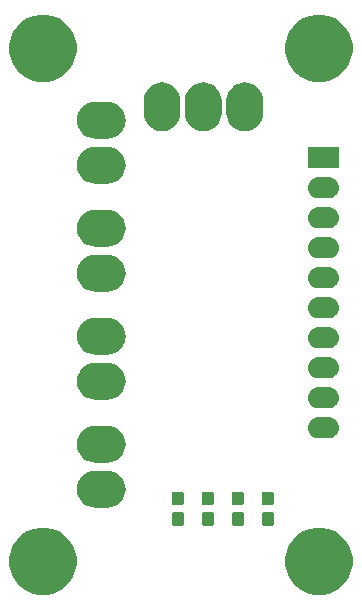
<source format=gbr>
G04 #@! TF.GenerationSoftware,KiCad,Pcbnew,5.1.4-e60b266~84~ubuntu18.04.1*
G04 #@! TF.CreationDate,2019-09-27T15:55:01+08:00*
G04 #@! TF.ProjectId,head,68656164-2e6b-4696-9361-645f70636258,rev?*
G04 #@! TF.SameCoordinates,Original*
G04 #@! TF.FileFunction,Soldermask,Bot*
G04 #@! TF.FilePolarity,Negative*
%FSLAX46Y46*%
G04 Gerber Fmt 4.6, Leading zero omitted, Abs format (unit mm)*
G04 Created by KiCad (PCBNEW 5.1.4-e60b266~84~ubuntu18.04.1) date 2019-09-27 15:55:01*
%MOMM*%
%LPD*%
G04 APERTURE LIST*
%ADD10C,1.200000*%
%ADD11C,0.100000*%
G04 APERTURE END LIST*
D10*
X117094000Y-32131000D02*
G75*
G03X117094000Y-32131000I-1905000J0D01*
G01*
X117094000Y-75565000D02*
G75*
G03X117094000Y-75565000I-1905000J0D01*
G01*
X93726000Y-75565000D02*
G75*
G03X93726000Y-75565000I-1905000J0D01*
G01*
X93726000Y-32131000D02*
G75*
G03X93726000Y-32131000I-1905000J0D01*
G01*
D11*
G36*
X116020313Y-72824523D02*
G01*
X116538980Y-73039362D01*
X116538981Y-73039363D01*
X117005769Y-73351260D01*
X117402740Y-73748231D01*
X117611143Y-74060129D01*
X117714638Y-74215020D01*
X117929477Y-74733687D01*
X118039000Y-75284298D01*
X118039000Y-75845702D01*
X117929477Y-76396313D01*
X117714638Y-76914980D01*
X117714637Y-76914981D01*
X117402740Y-77381769D01*
X117005769Y-77778740D01*
X116693871Y-77987143D01*
X116538980Y-78090638D01*
X116020313Y-78305477D01*
X115469702Y-78415000D01*
X114908298Y-78415000D01*
X114357687Y-78305477D01*
X113839020Y-78090638D01*
X113684129Y-77987143D01*
X113372231Y-77778740D01*
X112975260Y-77381769D01*
X112663363Y-76914981D01*
X112663362Y-76914980D01*
X112448523Y-76396313D01*
X112339000Y-75845702D01*
X112339000Y-75284298D01*
X112448523Y-74733687D01*
X112663362Y-74215020D01*
X112766857Y-74060129D01*
X112975260Y-73748231D01*
X113372231Y-73351260D01*
X113839019Y-73039363D01*
X113839020Y-73039362D01*
X114357687Y-72824523D01*
X114908298Y-72715000D01*
X115469702Y-72715000D01*
X116020313Y-72824523D01*
X116020313Y-72824523D01*
G37*
G36*
X92652313Y-72824523D02*
G01*
X93170980Y-73039362D01*
X93170981Y-73039363D01*
X93637769Y-73351260D01*
X94034740Y-73748231D01*
X94243143Y-74060129D01*
X94346638Y-74215020D01*
X94561477Y-74733687D01*
X94671000Y-75284298D01*
X94671000Y-75845702D01*
X94561477Y-76396313D01*
X94346638Y-76914980D01*
X94346637Y-76914981D01*
X94034740Y-77381769D01*
X93637769Y-77778740D01*
X93325871Y-77987143D01*
X93170980Y-78090638D01*
X92652313Y-78305477D01*
X92101702Y-78415000D01*
X91540298Y-78415000D01*
X90989687Y-78305477D01*
X90471020Y-78090638D01*
X90316129Y-77987143D01*
X90004231Y-77778740D01*
X89607260Y-77381769D01*
X89295363Y-76914981D01*
X89295362Y-76914980D01*
X89080523Y-76396313D01*
X88971000Y-75845702D01*
X88971000Y-75284298D01*
X89080523Y-74733687D01*
X89295362Y-74215020D01*
X89398857Y-74060129D01*
X89607260Y-73748231D01*
X90004231Y-73351260D01*
X90471019Y-73039363D01*
X90471020Y-73039362D01*
X90989687Y-72824523D01*
X91540298Y-72715000D01*
X92101702Y-72715000D01*
X92652313Y-72824523D01*
X92652313Y-72824523D01*
G37*
G36*
X106155499Y-71423445D02*
G01*
X106192995Y-71434820D01*
X106227554Y-71453292D01*
X106257847Y-71478153D01*
X106282708Y-71508446D01*
X106301180Y-71543005D01*
X106312555Y-71580501D01*
X106317000Y-71625638D01*
X106317000Y-72364362D01*
X106312555Y-72409499D01*
X106301180Y-72446995D01*
X106282708Y-72481554D01*
X106257847Y-72511847D01*
X106227554Y-72536708D01*
X106192995Y-72555180D01*
X106155499Y-72566555D01*
X106110362Y-72571000D01*
X105471638Y-72571000D01*
X105426501Y-72566555D01*
X105389005Y-72555180D01*
X105354446Y-72536708D01*
X105324153Y-72511847D01*
X105299292Y-72481554D01*
X105280820Y-72446995D01*
X105269445Y-72409499D01*
X105265000Y-72364362D01*
X105265000Y-71625638D01*
X105269445Y-71580501D01*
X105280820Y-71543005D01*
X105299292Y-71508446D01*
X105324153Y-71478153D01*
X105354446Y-71453292D01*
X105389005Y-71434820D01*
X105426501Y-71423445D01*
X105471638Y-71419000D01*
X106110362Y-71419000D01*
X106155499Y-71423445D01*
X106155499Y-71423445D01*
G37*
G36*
X108695499Y-71423445D02*
G01*
X108732995Y-71434820D01*
X108767554Y-71453292D01*
X108797847Y-71478153D01*
X108822708Y-71508446D01*
X108841180Y-71543005D01*
X108852555Y-71580501D01*
X108857000Y-71625638D01*
X108857000Y-72364362D01*
X108852555Y-72409499D01*
X108841180Y-72446995D01*
X108822708Y-72481554D01*
X108797847Y-72511847D01*
X108767554Y-72536708D01*
X108732995Y-72555180D01*
X108695499Y-72566555D01*
X108650362Y-72571000D01*
X108011638Y-72571000D01*
X107966501Y-72566555D01*
X107929005Y-72555180D01*
X107894446Y-72536708D01*
X107864153Y-72511847D01*
X107839292Y-72481554D01*
X107820820Y-72446995D01*
X107809445Y-72409499D01*
X107805000Y-72364362D01*
X107805000Y-71625638D01*
X107809445Y-71580501D01*
X107820820Y-71543005D01*
X107839292Y-71508446D01*
X107864153Y-71478153D01*
X107894446Y-71453292D01*
X107929005Y-71434820D01*
X107966501Y-71423445D01*
X108011638Y-71419000D01*
X108650362Y-71419000D01*
X108695499Y-71423445D01*
X108695499Y-71423445D01*
G37*
G36*
X111235499Y-71423445D02*
G01*
X111272995Y-71434820D01*
X111307554Y-71453292D01*
X111337847Y-71478153D01*
X111362708Y-71508446D01*
X111381180Y-71543005D01*
X111392555Y-71580501D01*
X111397000Y-71625638D01*
X111397000Y-72364362D01*
X111392555Y-72409499D01*
X111381180Y-72446995D01*
X111362708Y-72481554D01*
X111337847Y-72511847D01*
X111307554Y-72536708D01*
X111272995Y-72555180D01*
X111235499Y-72566555D01*
X111190362Y-72571000D01*
X110551638Y-72571000D01*
X110506501Y-72566555D01*
X110469005Y-72555180D01*
X110434446Y-72536708D01*
X110404153Y-72511847D01*
X110379292Y-72481554D01*
X110360820Y-72446995D01*
X110349445Y-72409499D01*
X110345000Y-72364362D01*
X110345000Y-71625638D01*
X110349445Y-71580501D01*
X110360820Y-71543005D01*
X110379292Y-71508446D01*
X110404153Y-71478153D01*
X110434446Y-71453292D01*
X110469005Y-71434820D01*
X110506501Y-71423445D01*
X110551638Y-71419000D01*
X111190362Y-71419000D01*
X111235499Y-71423445D01*
X111235499Y-71423445D01*
G37*
G36*
X103615499Y-71423445D02*
G01*
X103652995Y-71434820D01*
X103687554Y-71453292D01*
X103717847Y-71478153D01*
X103742708Y-71508446D01*
X103761180Y-71543005D01*
X103772555Y-71580501D01*
X103777000Y-71625638D01*
X103777000Y-72364362D01*
X103772555Y-72409499D01*
X103761180Y-72446995D01*
X103742708Y-72481554D01*
X103717847Y-72511847D01*
X103687554Y-72536708D01*
X103652995Y-72555180D01*
X103615499Y-72566555D01*
X103570362Y-72571000D01*
X102931638Y-72571000D01*
X102886501Y-72566555D01*
X102849005Y-72555180D01*
X102814446Y-72536708D01*
X102784153Y-72511847D01*
X102759292Y-72481554D01*
X102740820Y-72446995D01*
X102729445Y-72409499D01*
X102725000Y-72364362D01*
X102725000Y-71625638D01*
X102729445Y-71580501D01*
X102740820Y-71543005D01*
X102759292Y-71508446D01*
X102784153Y-71478153D01*
X102814446Y-71453292D01*
X102849005Y-71434820D01*
X102886501Y-71423445D01*
X102931638Y-71419000D01*
X103570362Y-71419000D01*
X103615499Y-71423445D01*
X103615499Y-71423445D01*
G37*
G36*
X97426143Y-67925481D02*
G01*
X97578049Y-67940442D01*
X97870414Y-68029130D01*
X97870416Y-68029131D01*
X98139858Y-68173150D01*
X98376029Y-68366971D01*
X98569850Y-68603142D01*
X98713869Y-68872584D01*
X98713870Y-68872586D01*
X98802558Y-69164951D01*
X98832504Y-69469000D01*
X98802558Y-69773049D01*
X98713870Y-70065414D01*
X98713869Y-70065416D01*
X98569850Y-70334858D01*
X98376029Y-70571029D01*
X98139858Y-70764850D01*
X97870416Y-70908869D01*
X97870414Y-70908870D01*
X97578049Y-70997558D01*
X97426143Y-71012519D01*
X97350191Y-71020000D01*
X96197809Y-71020000D01*
X96121857Y-71012519D01*
X95969951Y-70997558D01*
X95677586Y-70908870D01*
X95677584Y-70908869D01*
X95408142Y-70764850D01*
X95171971Y-70571029D01*
X94978150Y-70334858D01*
X94834131Y-70065416D01*
X94834130Y-70065414D01*
X94745442Y-69773049D01*
X94715496Y-69469000D01*
X94745442Y-69164951D01*
X94834130Y-68872586D01*
X94834131Y-68872584D01*
X94978150Y-68603142D01*
X95171971Y-68366971D01*
X95408142Y-68173150D01*
X95677584Y-68029131D01*
X95677586Y-68029130D01*
X95969951Y-67940442D01*
X96121857Y-67925481D01*
X96197809Y-67918000D01*
X97350191Y-67918000D01*
X97426143Y-67925481D01*
X97426143Y-67925481D01*
G37*
G36*
X106155499Y-69673445D02*
G01*
X106192995Y-69684820D01*
X106227554Y-69703292D01*
X106257847Y-69728153D01*
X106282708Y-69758446D01*
X106301180Y-69793005D01*
X106312555Y-69830501D01*
X106317000Y-69875638D01*
X106317000Y-70614362D01*
X106312555Y-70659499D01*
X106301180Y-70696995D01*
X106282708Y-70731554D01*
X106257847Y-70761847D01*
X106227554Y-70786708D01*
X106192995Y-70805180D01*
X106155499Y-70816555D01*
X106110362Y-70821000D01*
X105471638Y-70821000D01*
X105426501Y-70816555D01*
X105389005Y-70805180D01*
X105354446Y-70786708D01*
X105324153Y-70761847D01*
X105299292Y-70731554D01*
X105280820Y-70696995D01*
X105269445Y-70659499D01*
X105265000Y-70614362D01*
X105265000Y-69875638D01*
X105269445Y-69830501D01*
X105280820Y-69793005D01*
X105299292Y-69758446D01*
X105324153Y-69728153D01*
X105354446Y-69703292D01*
X105389005Y-69684820D01*
X105426501Y-69673445D01*
X105471638Y-69669000D01*
X106110362Y-69669000D01*
X106155499Y-69673445D01*
X106155499Y-69673445D01*
G37*
G36*
X108695499Y-69673445D02*
G01*
X108732995Y-69684820D01*
X108767554Y-69703292D01*
X108797847Y-69728153D01*
X108822708Y-69758446D01*
X108841180Y-69793005D01*
X108852555Y-69830501D01*
X108857000Y-69875638D01*
X108857000Y-70614362D01*
X108852555Y-70659499D01*
X108841180Y-70696995D01*
X108822708Y-70731554D01*
X108797847Y-70761847D01*
X108767554Y-70786708D01*
X108732995Y-70805180D01*
X108695499Y-70816555D01*
X108650362Y-70821000D01*
X108011638Y-70821000D01*
X107966501Y-70816555D01*
X107929005Y-70805180D01*
X107894446Y-70786708D01*
X107864153Y-70761847D01*
X107839292Y-70731554D01*
X107820820Y-70696995D01*
X107809445Y-70659499D01*
X107805000Y-70614362D01*
X107805000Y-69875638D01*
X107809445Y-69830501D01*
X107820820Y-69793005D01*
X107839292Y-69758446D01*
X107864153Y-69728153D01*
X107894446Y-69703292D01*
X107929005Y-69684820D01*
X107966501Y-69673445D01*
X108011638Y-69669000D01*
X108650362Y-69669000D01*
X108695499Y-69673445D01*
X108695499Y-69673445D01*
G37*
G36*
X111235499Y-69673445D02*
G01*
X111272995Y-69684820D01*
X111307554Y-69703292D01*
X111337847Y-69728153D01*
X111362708Y-69758446D01*
X111381180Y-69793005D01*
X111392555Y-69830501D01*
X111397000Y-69875638D01*
X111397000Y-70614362D01*
X111392555Y-70659499D01*
X111381180Y-70696995D01*
X111362708Y-70731554D01*
X111337847Y-70761847D01*
X111307554Y-70786708D01*
X111272995Y-70805180D01*
X111235499Y-70816555D01*
X111190362Y-70821000D01*
X110551638Y-70821000D01*
X110506501Y-70816555D01*
X110469005Y-70805180D01*
X110434446Y-70786708D01*
X110404153Y-70761847D01*
X110379292Y-70731554D01*
X110360820Y-70696995D01*
X110349445Y-70659499D01*
X110345000Y-70614362D01*
X110345000Y-69875638D01*
X110349445Y-69830501D01*
X110360820Y-69793005D01*
X110379292Y-69758446D01*
X110404153Y-69728153D01*
X110434446Y-69703292D01*
X110469005Y-69684820D01*
X110506501Y-69673445D01*
X110551638Y-69669000D01*
X111190362Y-69669000D01*
X111235499Y-69673445D01*
X111235499Y-69673445D01*
G37*
G36*
X103615499Y-69673445D02*
G01*
X103652995Y-69684820D01*
X103687554Y-69703292D01*
X103717847Y-69728153D01*
X103742708Y-69758446D01*
X103761180Y-69793005D01*
X103772555Y-69830501D01*
X103777000Y-69875638D01*
X103777000Y-70614362D01*
X103772555Y-70659499D01*
X103761180Y-70696995D01*
X103742708Y-70731554D01*
X103717847Y-70761847D01*
X103687554Y-70786708D01*
X103652995Y-70805180D01*
X103615499Y-70816555D01*
X103570362Y-70821000D01*
X102931638Y-70821000D01*
X102886501Y-70816555D01*
X102849005Y-70805180D01*
X102814446Y-70786708D01*
X102784153Y-70761847D01*
X102759292Y-70731554D01*
X102740820Y-70696995D01*
X102729445Y-70659499D01*
X102725000Y-70614362D01*
X102725000Y-69875638D01*
X102729445Y-69830501D01*
X102740820Y-69793005D01*
X102759292Y-69758446D01*
X102784153Y-69728153D01*
X102814446Y-69703292D01*
X102849005Y-69684820D01*
X102886501Y-69673445D01*
X102931638Y-69669000D01*
X103570362Y-69669000D01*
X103615499Y-69673445D01*
X103615499Y-69673445D01*
G37*
G36*
X97426143Y-64115481D02*
G01*
X97578049Y-64130442D01*
X97870414Y-64219130D01*
X97870416Y-64219131D01*
X98139858Y-64363150D01*
X98376029Y-64556971D01*
X98569850Y-64793142D01*
X98688316Y-65014778D01*
X98713870Y-65062586D01*
X98802558Y-65354951D01*
X98832504Y-65659000D01*
X98802558Y-65963049D01*
X98713870Y-66255414D01*
X98713869Y-66255416D01*
X98569850Y-66524858D01*
X98376029Y-66761029D01*
X98139858Y-66954850D01*
X97870416Y-67098869D01*
X97870414Y-67098870D01*
X97578049Y-67187558D01*
X97426143Y-67202519D01*
X97350191Y-67210000D01*
X96197809Y-67210000D01*
X96121857Y-67202519D01*
X95969951Y-67187558D01*
X95677586Y-67098870D01*
X95677584Y-67098869D01*
X95408142Y-66954850D01*
X95171971Y-66761029D01*
X94978150Y-66524858D01*
X94834131Y-66255416D01*
X94834130Y-66255414D01*
X94745442Y-65963049D01*
X94715496Y-65659000D01*
X94745442Y-65354951D01*
X94834130Y-65062586D01*
X94859684Y-65014778D01*
X94978150Y-64793142D01*
X95171971Y-64556971D01*
X95408142Y-64363150D01*
X95677584Y-64219131D01*
X95677586Y-64219130D01*
X95969951Y-64130442D01*
X96121857Y-64115481D01*
X96197809Y-64108000D01*
X97350191Y-64108000D01*
X97426143Y-64115481D01*
X97426143Y-64115481D01*
G37*
G36*
X116080442Y-63367518D02*
G01*
X116146627Y-63374037D01*
X116316466Y-63425557D01*
X116472991Y-63509222D01*
X116508729Y-63538552D01*
X116610186Y-63621814D01*
X116693448Y-63723271D01*
X116722778Y-63759009D01*
X116806443Y-63915534D01*
X116857963Y-64085373D01*
X116875359Y-64262000D01*
X116857963Y-64438627D01*
X116806443Y-64608466D01*
X116722778Y-64764991D01*
X116699675Y-64793142D01*
X116610186Y-64902186D01*
X116508729Y-64985448D01*
X116472991Y-65014778D01*
X116316466Y-65098443D01*
X116146627Y-65149963D01*
X116080443Y-65156481D01*
X116014260Y-65163000D01*
X115125740Y-65163000D01*
X115059557Y-65156481D01*
X114993373Y-65149963D01*
X114823534Y-65098443D01*
X114667009Y-65014778D01*
X114631271Y-64985448D01*
X114529814Y-64902186D01*
X114440325Y-64793142D01*
X114417222Y-64764991D01*
X114333557Y-64608466D01*
X114282037Y-64438627D01*
X114264641Y-64262000D01*
X114282037Y-64085373D01*
X114333557Y-63915534D01*
X114417222Y-63759009D01*
X114446552Y-63723271D01*
X114529814Y-63621814D01*
X114631271Y-63538552D01*
X114667009Y-63509222D01*
X114823534Y-63425557D01*
X114993373Y-63374037D01*
X115059558Y-63367518D01*
X115125740Y-63361000D01*
X116014260Y-63361000D01*
X116080442Y-63367518D01*
X116080442Y-63367518D01*
G37*
G36*
X116080443Y-60827519D02*
G01*
X116146627Y-60834037D01*
X116316466Y-60885557D01*
X116472991Y-60969222D01*
X116508729Y-60998552D01*
X116610186Y-61081814D01*
X116693448Y-61183271D01*
X116722778Y-61219009D01*
X116806443Y-61375534D01*
X116857963Y-61545373D01*
X116875359Y-61722000D01*
X116857963Y-61898627D01*
X116806443Y-62068466D01*
X116722778Y-62224991D01*
X116693448Y-62260729D01*
X116610186Y-62362186D01*
X116508729Y-62445448D01*
X116472991Y-62474778D01*
X116316466Y-62558443D01*
X116146627Y-62609963D01*
X116080442Y-62616482D01*
X116014260Y-62623000D01*
X115125740Y-62623000D01*
X115059558Y-62616482D01*
X114993373Y-62609963D01*
X114823534Y-62558443D01*
X114667009Y-62474778D01*
X114631271Y-62445448D01*
X114529814Y-62362186D01*
X114446552Y-62260729D01*
X114417222Y-62224991D01*
X114333557Y-62068466D01*
X114282037Y-61898627D01*
X114264641Y-61722000D01*
X114282037Y-61545373D01*
X114333557Y-61375534D01*
X114417222Y-61219009D01*
X114446552Y-61183271D01*
X114529814Y-61081814D01*
X114631271Y-60998552D01*
X114667009Y-60969222D01*
X114823534Y-60885557D01*
X114993373Y-60834037D01*
X115059557Y-60827519D01*
X115125740Y-60821000D01*
X116014260Y-60821000D01*
X116080443Y-60827519D01*
X116080443Y-60827519D01*
G37*
G36*
X97426143Y-58781481D02*
G01*
X97578049Y-58796442D01*
X97870414Y-58885130D01*
X97870416Y-58885131D01*
X98139858Y-59029150D01*
X98376029Y-59222971D01*
X98569850Y-59459142D01*
X98606905Y-59528468D01*
X98713870Y-59728586D01*
X98802558Y-60020951D01*
X98832504Y-60325000D01*
X98802558Y-60629049D01*
X98713870Y-60921414D01*
X98713869Y-60921416D01*
X98569850Y-61190858D01*
X98376029Y-61427029D01*
X98139858Y-61620850D01*
X97870416Y-61764869D01*
X97870414Y-61764870D01*
X97578049Y-61853558D01*
X97426143Y-61868519D01*
X97350191Y-61876000D01*
X96197809Y-61876000D01*
X96121857Y-61868519D01*
X95969951Y-61853558D01*
X95677586Y-61764870D01*
X95677584Y-61764869D01*
X95408142Y-61620850D01*
X95171971Y-61427029D01*
X94978150Y-61190858D01*
X94834131Y-60921416D01*
X94834130Y-60921414D01*
X94745442Y-60629049D01*
X94715496Y-60325000D01*
X94745442Y-60020951D01*
X94834130Y-59728586D01*
X94941095Y-59528468D01*
X94978150Y-59459142D01*
X95171971Y-59222971D01*
X95408142Y-59029150D01*
X95677584Y-58885131D01*
X95677586Y-58885130D01*
X95969951Y-58796442D01*
X96121857Y-58781481D01*
X96197809Y-58774000D01*
X97350191Y-58774000D01*
X97426143Y-58781481D01*
X97426143Y-58781481D01*
G37*
G36*
X116080442Y-58287518D02*
G01*
X116146627Y-58294037D01*
X116316466Y-58345557D01*
X116472991Y-58429222D01*
X116508729Y-58458552D01*
X116610186Y-58541814D01*
X116693448Y-58643271D01*
X116722778Y-58679009D01*
X116806443Y-58835534D01*
X116857963Y-59005373D01*
X116875359Y-59182000D01*
X116857963Y-59358627D01*
X116806443Y-59528466D01*
X116722778Y-59684991D01*
X116693448Y-59720729D01*
X116610186Y-59822186D01*
X116508729Y-59905448D01*
X116472991Y-59934778D01*
X116316466Y-60018443D01*
X116146627Y-60069963D01*
X116080442Y-60076482D01*
X116014260Y-60083000D01*
X115125740Y-60083000D01*
X115059558Y-60076482D01*
X114993373Y-60069963D01*
X114823534Y-60018443D01*
X114667009Y-59934778D01*
X114631271Y-59905448D01*
X114529814Y-59822186D01*
X114446552Y-59720729D01*
X114417222Y-59684991D01*
X114333557Y-59528466D01*
X114282037Y-59358627D01*
X114264641Y-59182000D01*
X114282037Y-59005373D01*
X114333557Y-58835534D01*
X114417222Y-58679009D01*
X114446552Y-58643271D01*
X114529814Y-58541814D01*
X114631271Y-58458552D01*
X114667009Y-58429222D01*
X114823534Y-58345557D01*
X114993373Y-58294037D01*
X115059558Y-58287518D01*
X115125740Y-58281000D01*
X116014260Y-58281000D01*
X116080442Y-58287518D01*
X116080442Y-58287518D01*
G37*
G36*
X97426143Y-54971481D02*
G01*
X97578049Y-54986442D01*
X97870414Y-55075130D01*
X97870416Y-55075131D01*
X98139858Y-55219150D01*
X98376029Y-55412971D01*
X98569850Y-55649142D01*
X98698174Y-55889221D01*
X98713870Y-55918586D01*
X98802558Y-56210951D01*
X98832504Y-56515000D01*
X98802558Y-56819049D01*
X98751165Y-56988468D01*
X98713869Y-57111416D01*
X98569850Y-57380858D01*
X98376029Y-57617029D01*
X98139858Y-57810850D01*
X97870416Y-57954869D01*
X97870414Y-57954870D01*
X97578049Y-58043558D01*
X97426143Y-58058519D01*
X97350191Y-58066000D01*
X96197809Y-58066000D01*
X96121857Y-58058519D01*
X95969951Y-58043558D01*
X95677586Y-57954870D01*
X95677584Y-57954869D01*
X95408142Y-57810850D01*
X95171971Y-57617029D01*
X94978150Y-57380858D01*
X94834131Y-57111416D01*
X94796835Y-56988468D01*
X94745442Y-56819049D01*
X94715496Y-56515000D01*
X94745442Y-56210951D01*
X94834130Y-55918586D01*
X94849826Y-55889221D01*
X94978150Y-55649142D01*
X95171971Y-55412971D01*
X95408142Y-55219150D01*
X95677584Y-55075131D01*
X95677586Y-55075130D01*
X95969951Y-54986442D01*
X96121857Y-54971481D01*
X96197809Y-54964000D01*
X97350191Y-54964000D01*
X97426143Y-54971481D01*
X97426143Y-54971481D01*
G37*
G36*
X116080442Y-55747518D02*
G01*
X116146627Y-55754037D01*
X116316466Y-55805557D01*
X116472991Y-55889222D01*
X116508729Y-55918552D01*
X116610186Y-56001814D01*
X116693448Y-56103271D01*
X116722778Y-56139009D01*
X116806443Y-56295534D01*
X116857963Y-56465373D01*
X116875359Y-56642000D01*
X116857963Y-56818627D01*
X116806443Y-56988466D01*
X116722778Y-57144991D01*
X116693448Y-57180729D01*
X116610186Y-57282186D01*
X116508729Y-57365448D01*
X116472991Y-57394778D01*
X116316466Y-57478443D01*
X116146627Y-57529963D01*
X116080442Y-57536482D01*
X116014260Y-57543000D01*
X115125740Y-57543000D01*
X115059558Y-57536482D01*
X114993373Y-57529963D01*
X114823534Y-57478443D01*
X114667009Y-57394778D01*
X114631271Y-57365448D01*
X114529814Y-57282186D01*
X114446552Y-57180729D01*
X114417222Y-57144991D01*
X114333557Y-56988466D01*
X114282037Y-56818627D01*
X114264641Y-56642000D01*
X114282037Y-56465373D01*
X114333557Y-56295534D01*
X114417222Y-56139009D01*
X114446552Y-56103271D01*
X114529814Y-56001814D01*
X114631271Y-55918552D01*
X114667009Y-55889222D01*
X114823534Y-55805557D01*
X114993373Y-55754037D01*
X115059558Y-55747518D01*
X115125740Y-55741000D01*
X116014260Y-55741000D01*
X116080442Y-55747518D01*
X116080442Y-55747518D01*
G37*
G36*
X116080442Y-53207518D02*
G01*
X116146627Y-53214037D01*
X116316466Y-53265557D01*
X116472991Y-53349222D01*
X116508729Y-53378552D01*
X116610186Y-53461814D01*
X116693448Y-53563271D01*
X116722778Y-53599009D01*
X116806443Y-53755534D01*
X116857963Y-53925373D01*
X116875359Y-54102000D01*
X116857963Y-54278627D01*
X116806443Y-54448466D01*
X116722778Y-54604991D01*
X116693448Y-54640729D01*
X116610186Y-54742186D01*
X116508729Y-54825448D01*
X116472991Y-54854778D01*
X116316466Y-54938443D01*
X116146627Y-54989963D01*
X116080443Y-54996481D01*
X116014260Y-55003000D01*
X115125740Y-55003000D01*
X115059557Y-54996481D01*
X114993373Y-54989963D01*
X114823534Y-54938443D01*
X114667009Y-54854778D01*
X114631271Y-54825448D01*
X114529814Y-54742186D01*
X114446552Y-54640729D01*
X114417222Y-54604991D01*
X114333557Y-54448466D01*
X114282037Y-54278627D01*
X114264641Y-54102000D01*
X114282037Y-53925373D01*
X114333557Y-53755534D01*
X114417222Y-53599009D01*
X114446552Y-53563271D01*
X114529814Y-53461814D01*
X114631271Y-53378552D01*
X114667009Y-53349222D01*
X114823534Y-53265557D01*
X114993373Y-53214037D01*
X115059558Y-53207518D01*
X115125740Y-53201000D01*
X116014260Y-53201000D01*
X116080442Y-53207518D01*
X116080442Y-53207518D01*
G37*
G36*
X97426143Y-49637481D02*
G01*
X97578049Y-49652442D01*
X97870414Y-49741130D01*
X97870416Y-49741131D01*
X98139858Y-49885150D01*
X98376029Y-50078971D01*
X98569850Y-50315142D01*
X98713869Y-50584584D01*
X98713870Y-50584586D01*
X98802558Y-50876951D01*
X98832504Y-51181000D01*
X98802558Y-51485049D01*
X98713870Y-51777414D01*
X98713869Y-51777416D01*
X98569850Y-52046858D01*
X98376029Y-52283029D01*
X98139858Y-52476850D01*
X97870416Y-52620869D01*
X97870414Y-52620870D01*
X97578049Y-52709558D01*
X97426143Y-52724519D01*
X97350191Y-52732000D01*
X96197809Y-52732000D01*
X96121857Y-52724519D01*
X95969951Y-52709558D01*
X95677586Y-52620870D01*
X95677584Y-52620869D01*
X95408142Y-52476850D01*
X95171971Y-52283029D01*
X94978150Y-52046858D01*
X94834131Y-51777416D01*
X94834130Y-51777414D01*
X94745442Y-51485049D01*
X94715496Y-51181000D01*
X94745442Y-50876951D01*
X94834130Y-50584586D01*
X94834131Y-50584584D01*
X94978150Y-50315142D01*
X95171971Y-50078971D01*
X95408142Y-49885150D01*
X95677584Y-49741131D01*
X95677586Y-49741130D01*
X95969951Y-49652442D01*
X96121857Y-49637481D01*
X96197809Y-49630000D01*
X97350191Y-49630000D01*
X97426143Y-49637481D01*
X97426143Y-49637481D01*
G37*
G36*
X116080442Y-50667518D02*
G01*
X116146627Y-50674037D01*
X116316466Y-50725557D01*
X116472991Y-50809222D01*
X116508729Y-50838552D01*
X116610186Y-50921814D01*
X116693448Y-51023271D01*
X116722778Y-51059009D01*
X116806443Y-51215534D01*
X116857963Y-51385373D01*
X116875359Y-51562000D01*
X116857963Y-51738627D01*
X116806443Y-51908466D01*
X116722778Y-52064991D01*
X116693448Y-52100729D01*
X116610186Y-52202186D01*
X116511677Y-52283029D01*
X116472991Y-52314778D01*
X116316466Y-52398443D01*
X116146627Y-52449963D01*
X116080443Y-52456481D01*
X116014260Y-52463000D01*
X115125740Y-52463000D01*
X115059557Y-52456481D01*
X114993373Y-52449963D01*
X114823534Y-52398443D01*
X114667009Y-52314778D01*
X114628323Y-52283029D01*
X114529814Y-52202186D01*
X114446552Y-52100729D01*
X114417222Y-52064991D01*
X114333557Y-51908466D01*
X114282037Y-51738627D01*
X114264641Y-51562000D01*
X114282037Y-51385373D01*
X114333557Y-51215534D01*
X114417222Y-51059009D01*
X114446552Y-51023271D01*
X114529814Y-50921814D01*
X114631271Y-50838552D01*
X114667009Y-50809222D01*
X114823534Y-50725557D01*
X114993373Y-50674037D01*
X115059558Y-50667518D01*
X115125740Y-50661000D01*
X116014260Y-50661000D01*
X116080442Y-50667518D01*
X116080442Y-50667518D01*
G37*
G36*
X116080443Y-48127519D02*
G01*
X116146627Y-48134037D01*
X116316466Y-48185557D01*
X116472991Y-48269222D01*
X116508729Y-48298552D01*
X116610186Y-48381814D01*
X116685043Y-48473029D01*
X116722778Y-48519009D01*
X116806443Y-48675534D01*
X116857963Y-48845373D01*
X116875359Y-49022000D01*
X116857963Y-49198627D01*
X116806443Y-49368466D01*
X116722778Y-49524991D01*
X116693448Y-49560729D01*
X116610186Y-49662186D01*
X116513991Y-49741130D01*
X116472991Y-49774778D01*
X116316466Y-49858443D01*
X116146627Y-49909963D01*
X116080443Y-49916481D01*
X116014260Y-49923000D01*
X115125740Y-49923000D01*
X115059557Y-49916481D01*
X114993373Y-49909963D01*
X114823534Y-49858443D01*
X114667009Y-49774778D01*
X114626009Y-49741130D01*
X114529814Y-49662186D01*
X114446552Y-49560729D01*
X114417222Y-49524991D01*
X114333557Y-49368466D01*
X114282037Y-49198627D01*
X114264641Y-49022000D01*
X114282037Y-48845373D01*
X114333557Y-48675534D01*
X114417222Y-48519009D01*
X114454957Y-48473029D01*
X114529814Y-48381814D01*
X114631271Y-48298552D01*
X114667009Y-48269222D01*
X114823534Y-48185557D01*
X114993373Y-48134037D01*
X115059558Y-48127518D01*
X115125740Y-48121000D01*
X116014260Y-48121000D01*
X116080443Y-48127519D01*
X116080443Y-48127519D01*
G37*
G36*
X97426143Y-45827481D02*
G01*
X97578049Y-45842442D01*
X97870414Y-45931130D01*
X97870416Y-45931131D01*
X98139858Y-46075150D01*
X98376029Y-46268971D01*
X98569850Y-46505142D01*
X98651889Y-46658627D01*
X98713870Y-46774586D01*
X98802558Y-47066951D01*
X98832504Y-47371000D01*
X98802558Y-47675049D01*
X98713870Y-47967414D01*
X98713869Y-47967416D01*
X98569850Y-48236858D01*
X98376029Y-48473029D01*
X98139858Y-48666850D01*
X97870416Y-48810869D01*
X97870414Y-48810870D01*
X97578049Y-48899558D01*
X97426143Y-48914519D01*
X97350191Y-48922000D01*
X96197809Y-48922000D01*
X96121857Y-48914519D01*
X95969951Y-48899558D01*
X95677586Y-48810870D01*
X95677584Y-48810869D01*
X95408142Y-48666850D01*
X95171971Y-48473029D01*
X94978150Y-48236858D01*
X94834131Y-47967416D01*
X94834130Y-47967414D01*
X94745442Y-47675049D01*
X94715496Y-47371000D01*
X94745442Y-47066951D01*
X94834130Y-46774586D01*
X94896111Y-46658627D01*
X94978150Y-46505142D01*
X95171971Y-46268971D01*
X95408142Y-46075150D01*
X95677584Y-45931131D01*
X95677586Y-45931130D01*
X95969951Y-45842442D01*
X96121857Y-45827481D01*
X96197809Y-45820000D01*
X97350191Y-45820000D01*
X97426143Y-45827481D01*
X97426143Y-45827481D01*
G37*
G36*
X116080442Y-45587518D02*
G01*
X116146627Y-45594037D01*
X116316466Y-45645557D01*
X116472991Y-45729222D01*
X116508729Y-45758552D01*
X116610186Y-45841814D01*
X116683485Y-45931131D01*
X116722778Y-45979009D01*
X116806443Y-46135534D01*
X116857963Y-46305373D01*
X116875359Y-46482000D01*
X116857963Y-46658627D01*
X116806443Y-46828466D01*
X116722778Y-46984991D01*
X116693448Y-47020729D01*
X116610186Y-47122186D01*
X116508729Y-47205448D01*
X116472991Y-47234778D01*
X116316466Y-47318443D01*
X116146627Y-47369963D01*
X116080442Y-47376482D01*
X116014260Y-47383000D01*
X115125740Y-47383000D01*
X115059557Y-47376481D01*
X114993373Y-47369963D01*
X114823534Y-47318443D01*
X114667009Y-47234778D01*
X114631271Y-47205448D01*
X114529814Y-47122186D01*
X114446552Y-47020729D01*
X114417222Y-46984991D01*
X114333557Y-46828466D01*
X114282037Y-46658627D01*
X114264641Y-46482000D01*
X114282037Y-46305373D01*
X114333557Y-46135534D01*
X114417222Y-45979009D01*
X114456515Y-45931131D01*
X114529814Y-45841814D01*
X114631271Y-45758552D01*
X114667009Y-45729222D01*
X114823534Y-45645557D01*
X114993373Y-45594037D01*
X115059558Y-45587518D01*
X115125740Y-45581000D01*
X116014260Y-45581000D01*
X116080442Y-45587518D01*
X116080442Y-45587518D01*
G37*
G36*
X116080442Y-43047518D02*
G01*
X116146627Y-43054037D01*
X116316466Y-43105557D01*
X116472991Y-43189222D01*
X116508729Y-43218552D01*
X116610186Y-43301814D01*
X116693448Y-43403271D01*
X116722778Y-43439009D01*
X116806443Y-43595534D01*
X116857963Y-43765373D01*
X116875359Y-43942000D01*
X116857963Y-44118627D01*
X116806443Y-44288466D01*
X116722778Y-44444991D01*
X116693448Y-44480729D01*
X116610186Y-44582186D01*
X116508729Y-44665448D01*
X116472991Y-44694778D01*
X116316466Y-44778443D01*
X116146627Y-44829963D01*
X116080442Y-44836482D01*
X116014260Y-44843000D01*
X115125740Y-44843000D01*
X115059558Y-44836482D01*
X114993373Y-44829963D01*
X114823534Y-44778443D01*
X114667009Y-44694778D01*
X114631271Y-44665448D01*
X114529814Y-44582186D01*
X114446552Y-44480729D01*
X114417222Y-44444991D01*
X114333557Y-44288466D01*
X114282037Y-44118627D01*
X114264641Y-43942000D01*
X114282037Y-43765373D01*
X114333557Y-43595534D01*
X114417222Y-43439009D01*
X114446552Y-43403271D01*
X114529814Y-43301814D01*
X114631271Y-43218552D01*
X114667009Y-43189222D01*
X114823534Y-43105557D01*
X114993373Y-43054037D01*
X115059557Y-43047519D01*
X115125740Y-43041000D01*
X116014260Y-43041000D01*
X116080442Y-43047518D01*
X116080442Y-43047518D01*
G37*
G36*
X97426143Y-40493481D02*
G01*
X97578049Y-40508442D01*
X97870414Y-40597130D01*
X97870416Y-40597131D01*
X98139858Y-40741150D01*
X98376029Y-40934971D01*
X98569850Y-41171142D01*
X98713869Y-41440584D01*
X98713870Y-41440586D01*
X98802558Y-41732951D01*
X98832504Y-42037000D01*
X98802558Y-42341049D01*
X98713870Y-42633414D01*
X98713869Y-42633416D01*
X98569850Y-42902858D01*
X98376029Y-43139029D01*
X98139858Y-43332850D01*
X97870416Y-43476869D01*
X97870414Y-43476870D01*
X97578049Y-43565558D01*
X97426143Y-43580519D01*
X97350191Y-43588000D01*
X96197809Y-43588000D01*
X96121857Y-43580519D01*
X95969951Y-43565558D01*
X95677586Y-43476870D01*
X95677584Y-43476869D01*
X95408142Y-43332850D01*
X95171971Y-43139029D01*
X94978150Y-42902858D01*
X94834131Y-42633416D01*
X94834130Y-42633414D01*
X94745442Y-42341049D01*
X94715496Y-42037000D01*
X94745442Y-41732951D01*
X94834130Y-41440586D01*
X94834131Y-41440584D01*
X94978150Y-41171142D01*
X95171971Y-40934971D01*
X95408142Y-40741150D01*
X95677584Y-40597131D01*
X95677586Y-40597130D01*
X95969951Y-40508442D01*
X96121857Y-40493481D01*
X96197809Y-40486000D01*
X97350191Y-40486000D01*
X97426143Y-40493481D01*
X97426143Y-40493481D01*
G37*
G36*
X116871000Y-42303000D02*
G01*
X114269000Y-42303000D01*
X114269000Y-40501000D01*
X116871000Y-40501000D01*
X116871000Y-42303000D01*
X116871000Y-42303000D01*
G37*
G36*
X97426143Y-36683481D02*
G01*
X97578049Y-36698442D01*
X97870414Y-36787130D01*
X97870416Y-36787131D01*
X98139858Y-36931150D01*
X98376029Y-37124971D01*
X98569850Y-37361142D01*
X98713869Y-37630584D01*
X98713870Y-37630586D01*
X98802558Y-37922951D01*
X98832504Y-38227000D01*
X98802558Y-38531049D01*
X98755545Y-38686029D01*
X98713869Y-38823416D01*
X98569850Y-39092858D01*
X98376029Y-39329029D01*
X98139858Y-39522850D01*
X97870416Y-39666869D01*
X97870414Y-39666870D01*
X97578049Y-39755558D01*
X97426143Y-39770519D01*
X97350191Y-39778000D01*
X96197809Y-39778000D01*
X96121857Y-39770519D01*
X95969951Y-39755558D01*
X95677586Y-39666870D01*
X95677584Y-39666869D01*
X95408142Y-39522850D01*
X95171971Y-39329029D01*
X94978150Y-39092858D01*
X94834131Y-38823416D01*
X94792455Y-38686029D01*
X94745442Y-38531049D01*
X94715496Y-38227000D01*
X94745442Y-37922951D01*
X94834130Y-37630586D01*
X94834131Y-37630584D01*
X94978150Y-37361142D01*
X95171971Y-37124971D01*
X95408142Y-36931150D01*
X95677584Y-36787131D01*
X95677586Y-36787130D01*
X95969951Y-36698442D01*
X96121857Y-36683481D01*
X96197809Y-36676000D01*
X97350191Y-36676000D01*
X97426143Y-36683481D01*
X97426143Y-36683481D01*
G37*
G36*
X109214048Y-35055442D02*
G01*
X109506413Y-35144130D01*
X109506415Y-35144131D01*
X109775856Y-35288150D01*
X109775858Y-35288151D01*
X109775857Y-35288151D01*
X110012029Y-35481971D01*
X110099395Y-35588426D01*
X110205850Y-35718142D01*
X110349869Y-35987584D01*
X110349870Y-35987586D01*
X110438558Y-36279951D01*
X110461000Y-36507810D01*
X110461000Y-37660190D01*
X110438558Y-37888049D01*
X110349870Y-38180414D01*
X110349869Y-38180416D01*
X110205850Y-38449858D01*
X110012029Y-38686029D01*
X109775858Y-38879850D01*
X109506416Y-39023869D01*
X109506414Y-39023870D01*
X109214049Y-39112558D01*
X108910000Y-39142504D01*
X108605952Y-39112558D01*
X108313587Y-39023870D01*
X108313585Y-39023869D01*
X108044143Y-38879850D01*
X107807972Y-38686029D01*
X107680783Y-38531049D01*
X107614151Y-38449858D01*
X107470130Y-38180414D01*
X107381442Y-37888049D01*
X107359000Y-37660190D01*
X107359000Y-36507811D01*
X107381442Y-36279952D01*
X107470130Y-35987587D01*
X107614151Y-35718143D01*
X107807971Y-35481971D01*
X107914426Y-35394605D01*
X108044142Y-35288150D01*
X108313584Y-35144131D01*
X108313586Y-35144130D01*
X108605951Y-35055442D01*
X108910000Y-35025496D01*
X109214048Y-35055442D01*
X109214048Y-35055442D01*
G37*
G36*
X105714048Y-35055442D02*
G01*
X106006413Y-35144130D01*
X106006415Y-35144131D01*
X106275856Y-35288150D01*
X106275858Y-35288151D01*
X106275857Y-35288151D01*
X106512029Y-35481971D01*
X106599395Y-35588426D01*
X106705850Y-35718142D01*
X106849869Y-35987584D01*
X106849870Y-35987586D01*
X106938558Y-36279951D01*
X106961000Y-36507810D01*
X106961000Y-37660190D01*
X106938558Y-37888049D01*
X106849870Y-38180414D01*
X106849869Y-38180416D01*
X106705850Y-38449858D01*
X106512029Y-38686029D01*
X106275858Y-38879850D01*
X106006416Y-39023869D01*
X106006414Y-39023870D01*
X105714049Y-39112558D01*
X105410000Y-39142504D01*
X105105952Y-39112558D01*
X104813587Y-39023870D01*
X104813585Y-39023869D01*
X104544143Y-38879850D01*
X104307972Y-38686029D01*
X104180783Y-38531049D01*
X104114151Y-38449858D01*
X103970130Y-38180414D01*
X103881442Y-37888049D01*
X103859000Y-37660190D01*
X103859000Y-36507811D01*
X103881442Y-36279952D01*
X103970130Y-35987587D01*
X104114151Y-35718143D01*
X104307971Y-35481971D01*
X104414426Y-35394605D01*
X104544142Y-35288150D01*
X104813584Y-35144131D01*
X104813586Y-35144130D01*
X105105951Y-35055442D01*
X105410000Y-35025496D01*
X105714048Y-35055442D01*
X105714048Y-35055442D01*
G37*
G36*
X102214048Y-35055442D02*
G01*
X102506413Y-35144130D01*
X102506415Y-35144131D01*
X102775856Y-35288150D01*
X102775858Y-35288151D01*
X102775857Y-35288151D01*
X103012029Y-35481971D01*
X103099395Y-35588426D01*
X103205850Y-35718142D01*
X103349869Y-35987584D01*
X103349870Y-35987586D01*
X103438558Y-36279951D01*
X103461000Y-36507810D01*
X103461000Y-37660190D01*
X103438558Y-37888049D01*
X103349870Y-38180414D01*
X103349869Y-38180416D01*
X103205850Y-38449858D01*
X103012029Y-38686029D01*
X102775858Y-38879850D01*
X102506416Y-39023869D01*
X102506414Y-39023870D01*
X102214049Y-39112558D01*
X101910000Y-39142504D01*
X101605952Y-39112558D01*
X101313587Y-39023870D01*
X101313585Y-39023869D01*
X101044143Y-38879850D01*
X100807972Y-38686029D01*
X100680783Y-38531049D01*
X100614151Y-38449858D01*
X100470130Y-38180414D01*
X100381442Y-37888049D01*
X100359000Y-37660190D01*
X100359000Y-36507811D01*
X100381442Y-36279952D01*
X100470130Y-35987587D01*
X100614151Y-35718143D01*
X100807971Y-35481971D01*
X100914426Y-35394605D01*
X101044142Y-35288150D01*
X101313584Y-35144131D01*
X101313586Y-35144130D01*
X101605951Y-35055442D01*
X101910000Y-35025496D01*
X102214048Y-35055442D01*
X102214048Y-35055442D01*
G37*
G36*
X116020313Y-29390523D02*
G01*
X116538980Y-29605362D01*
X116538981Y-29605363D01*
X117005769Y-29917260D01*
X117402740Y-30314231D01*
X117611143Y-30626129D01*
X117714638Y-30781020D01*
X117929477Y-31299687D01*
X118039000Y-31850298D01*
X118039000Y-32411702D01*
X117929477Y-32962313D01*
X117714638Y-33480980D01*
X117714637Y-33480981D01*
X117402740Y-33947769D01*
X117005769Y-34344740D01*
X116693871Y-34553143D01*
X116538980Y-34656638D01*
X116020313Y-34871477D01*
X115469702Y-34981000D01*
X114908298Y-34981000D01*
X114357687Y-34871477D01*
X113839020Y-34656638D01*
X113684129Y-34553143D01*
X113372231Y-34344740D01*
X112975260Y-33947769D01*
X112663363Y-33480981D01*
X112663362Y-33480980D01*
X112448523Y-32962313D01*
X112339000Y-32411702D01*
X112339000Y-31850298D01*
X112448523Y-31299687D01*
X112663362Y-30781020D01*
X112766857Y-30626129D01*
X112975260Y-30314231D01*
X113372231Y-29917260D01*
X113839019Y-29605363D01*
X113839020Y-29605362D01*
X114357687Y-29390523D01*
X114908298Y-29281000D01*
X115469702Y-29281000D01*
X116020313Y-29390523D01*
X116020313Y-29390523D01*
G37*
G36*
X92652313Y-29390523D02*
G01*
X93170980Y-29605362D01*
X93170981Y-29605363D01*
X93637769Y-29917260D01*
X94034740Y-30314231D01*
X94243143Y-30626129D01*
X94346638Y-30781020D01*
X94561477Y-31299687D01*
X94671000Y-31850298D01*
X94671000Y-32411702D01*
X94561477Y-32962313D01*
X94346638Y-33480980D01*
X94346637Y-33480981D01*
X94034740Y-33947769D01*
X93637769Y-34344740D01*
X93325871Y-34553143D01*
X93170980Y-34656638D01*
X92652313Y-34871477D01*
X92101702Y-34981000D01*
X91540298Y-34981000D01*
X90989687Y-34871477D01*
X90471020Y-34656638D01*
X90316129Y-34553143D01*
X90004231Y-34344740D01*
X89607260Y-33947769D01*
X89295363Y-33480981D01*
X89295362Y-33480980D01*
X89080523Y-32962313D01*
X88971000Y-32411702D01*
X88971000Y-31850298D01*
X89080523Y-31299687D01*
X89295362Y-30781020D01*
X89398857Y-30626129D01*
X89607260Y-30314231D01*
X90004231Y-29917260D01*
X90471019Y-29605363D01*
X90471020Y-29605362D01*
X90989687Y-29390523D01*
X91540298Y-29281000D01*
X92101702Y-29281000D01*
X92652313Y-29390523D01*
X92652313Y-29390523D01*
G37*
M02*

</source>
